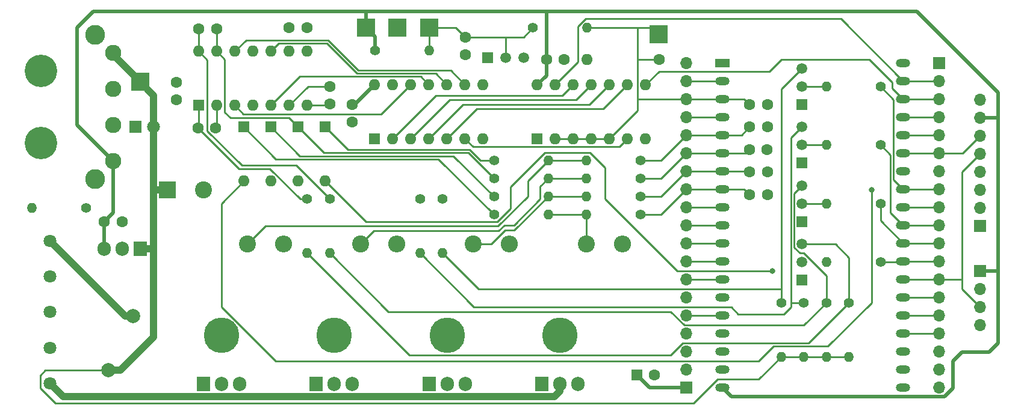
<source format=gtl>
G04 #@! TF.GenerationSoftware,KiCad,Pcbnew,7.0.10*
G04 #@! TF.CreationDate,2024-02-18T19:41:56-05:00*
G04 #@! TF.ProjectId,linearlight,6c696e65-6172-46c6-9967-68742e6b6963,rev?*
G04 #@! TF.SameCoordinates,Original*
G04 #@! TF.FileFunction,Copper,L1,Top*
G04 #@! TF.FilePolarity,Positive*
%FSLAX46Y46*%
G04 Gerber Fmt 4.6, Leading zero omitted, Abs format (unit mm)*
G04 Created by KiCad (PCBNEW 7.0.10) date 2024-02-18 19:41:56*
%MOMM*%
%LPD*%
G01*
G04 APERTURE LIST*
G04 #@! TA.AperFunction,ComponentPad*
%ADD10C,1.600000*%
G04 #@! TD*
G04 #@! TA.AperFunction,ComponentPad*
%ADD11C,1.400000*%
G04 #@! TD*
G04 #@! TA.AperFunction,ComponentPad*
%ADD12O,1.400000X1.400000*%
G04 #@! TD*
G04 #@! TA.AperFunction,ComponentPad*
%ADD13R,2.400000X2.400000*%
G04 #@! TD*
G04 #@! TA.AperFunction,ComponentPad*
%ADD14C,2.400000*%
G04 #@! TD*
G04 #@! TA.AperFunction,ComponentPad*
%ADD15O,2.400000X2.400000*%
G04 #@! TD*
G04 #@! TA.AperFunction,ComponentPad*
%ADD16R,1.700000X1.700000*%
G04 #@! TD*
G04 #@! TA.AperFunction,ComponentPad*
%ADD17O,1.700000X1.700000*%
G04 #@! TD*
G04 #@! TA.AperFunction,ComponentPad*
%ADD18R,1.600000X1.600000*%
G04 #@! TD*
G04 #@! TA.AperFunction,ComponentPad*
%ADD19O,1.600000X1.600000*%
G04 #@! TD*
G04 #@! TA.AperFunction,ComponentPad*
%ADD20R,1.500000X1.500000*%
G04 #@! TD*
G04 #@! TA.AperFunction,ComponentPad*
%ADD21C,1.500000*%
G04 #@! TD*
G04 #@! TA.AperFunction,ComponentPad*
%ADD22R,1.800000X1.800000*%
G04 #@! TD*
G04 #@! TA.AperFunction,ComponentPad*
%ADD23C,1.800000*%
G04 #@! TD*
G04 #@! TA.AperFunction,ComponentPad*
%ADD24R,2.500000X2.500000*%
G04 #@! TD*
G04 #@! TA.AperFunction,ComponentPad*
%ADD25C,1.803400*%
G04 #@! TD*
G04 #@! TA.AperFunction,ComponentPad*
%ADD26C,2.000000*%
G04 #@! TD*
G04 #@! TA.AperFunction,ComponentPad*
%ADD27R,1.905000X2.000000*%
G04 #@! TD*
G04 #@! TA.AperFunction,ComponentPad*
%ADD28O,1.905000X2.000000*%
G04 #@! TD*
G04 #@! TA.AperFunction,HeatsinkPad*
%ADD29C,5.000000*%
G04 #@! TD*
G04 #@! TA.AperFunction,ComponentPad*
%ADD30C,2.286000*%
G04 #@! TD*
G04 #@! TA.AperFunction,ComponentPad*
%ADD31C,2.794000*%
G04 #@! TD*
G04 #@! TA.AperFunction,ComponentPad*
%ADD32C,4.572000*%
G04 #@! TD*
G04 #@! TA.AperFunction,ComponentPad*
%ADD33R,2.000000X1.200000*%
G04 #@! TD*
G04 #@! TA.AperFunction,ComponentPad*
%ADD34O,2.000000X1.200000*%
G04 #@! TD*
G04 #@! TA.AperFunction,ViaPad*
%ADD35C,0.800000*%
G04 #@! TD*
G04 #@! TA.AperFunction,Conductor*
%ADD36C,1.000000*%
G04 #@! TD*
G04 #@! TA.AperFunction,Conductor*
%ADD37C,0.250000*%
G04 #@! TD*
G04 #@! TA.AperFunction,Conductor*
%ADD38C,0.500000*%
G04 #@! TD*
G04 APERTURE END LIST*
D10*
X189230000Y-90825000D03*
X189230000Y-93325000D03*
D11*
X213868000Y-115824000D03*
D12*
X206248000Y-115824000D03*
D13*
X147400000Y-112395000D03*
D14*
X152400000Y-112395000D03*
X158640000Y-120015000D03*
D15*
X163720000Y-120015000D03*
D16*
X261620000Y-123825000D03*
D17*
X261620000Y-126365000D03*
X261620000Y-128905000D03*
X261620000Y-131445000D03*
D18*
X151765000Y-100457000D03*
D19*
X154305000Y-100457000D03*
X156845000Y-100457000D03*
X159385000Y-100457000D03*
X161925000Y-100457000D03*
X164465000Y-100457000D03*
X167005000Y-100457000D03*
X167005000Y-92837000D03*
X164465000Y-92837000D03*
X161925000Y-92837000D03*
X159385000Y-92837000D03*
X156845000Y-92837000D03*
X154305000Y-92837000D03*
X151765000Y-92837000D03*
D11*
X247650000Y-122555000D03*
D12*
X240030000Y-122555000D03*
D11*
X193294000Y-113284000D03*
D12*
X200914000Y-113284000D03*
D16*
X255905000Y-94488000D03*
D17*
X255905000Y-97028000D03*
X255905000Y-99568000D03*
X255905000Y-102108000D03*
X255905000Y-104648000D03*
X255905000Y-107188000D03*
X255905000Y-109728000D03*
X255905000Y-112268000D03*
X255905000Y-114808000D03*
X255905000Y-117348000D03*
X255905000Y-119888000D03*
X255905000Y-122428000D03*
X255905000Y-124968000D03*
X255905000Y-127508000D03*
X255905000Y-130048000D03*
X255905000Y-132588000D03*
X255905000Y-135128000D03*
X255905000Y-137668000D03*
X255905000Y-140208000D03*
D11*
X213868000Y-108204000D03*
D12*
X206248000Y-108204000D03*
D10*
X216535000Y-93980000D03*
D19*
X206375000Y-93980000D03*
D20*
X236580000Y-116840000D03*
D21*
X236580000Y-114300000D03*
X236580000Y-111760000D03*
D10*
X170180000Y-100290000D03*
X170180000Y-97790000D03*
D22*
X142875000Y-103505000D03*
D23*
X145415000Y-103505000D03*
D24*
X143510000Y-97155000D03*
X175260000Y-89535000D03*
D16*
X220345000Y-140208000D03*
D17*
X220345000Y-137668000D03*
X220345000Y-135128000D03*
X220345000Y-132588000D03*
X220345000Y-130048000D03*
X220345000Y-127508000D03*
X220345000Y-124968000D03*
X220345000Y-122428000D03*
X220345000Y-119888000D03*
X220345000Y-117348000D03*
X220345000Y-114808000D03*
X220345000Y-112268000D03*
X220345000Y-109728000D03*
X220345000Y-107188000D03*
X220345000Y-104648000D03*
X220345000Y-102108000D03*
X220345000Y-99568000D03*
X220345000Y-97028000D03*
X220345000Y-94488000D03*
D10*
X231755000Y-109855000D03*
X229255000Y-109855000D03*
D11*
X186055000Y-113665000D03*
D12*
X186055000Y-121285000D03*
D11*
X167005000Y-113665000D03*
D12*
X167005000Y-121285000D03*
D25*
X130810000Y-119587000D03*
X130810000Y-124587000D03*
X130810000Y-129587000D03*
X130810000Y-134587001D03*
X130810000Y-139587001D03*
D10*
X200680000Y-93980000D03*
X203180000Y-93980000D03*
D16*
X261620000Y-117475000D03*
D17*
X261620000Y-114935000D03*
X261620000Y-112395000D03*
X261620000Y-109855000D03*
X261620000Y-107315000D03*
X261620000Y-104775000D03*
X261620000Y-102235000D03*
X261620000Y-99695000D03*
D11*
X170180000Y-113665000D03*
D12*
X170180000Y-121285000D03*
D10*
X151790000Y-89662000D03*
X154290000Y-89662000D03*
D26*
X142519400Y-130175000D03*
X139065000Y-137795000D03*
D11*
X213868000Y-113284000D03*
D12*
X206248000Y-113284000D03*
D10*
X173355000Y-100330000D03*
X173355000Y-102830000D03*
D27*
X168275000Y-139700000D03*
D28*
X170815000Y-139700000D03*
X173355000Y-139700000D03*
D10*
X166985000Y-89535000D03*
X164485000Y-89535000D03*
D11*
X198755000Y-89535000D03*
D12*
X206375000Y-89535000D03*
D11*
X247650000Y-114300000D03*
D12*
X240030000Y-114300000D03*
D18*
X161925000Y-103505000D03*
D19*
X161925000Y-111125000D03*
D20*
X236580000Y-125095000D03*
D21*
X236580000Y-122555000D03*
X236580000Y-120015000D03*
D11*
X233680000Y-128270000D03*
D12*
X233680000Y-135890000D03*
D29*
X186690000Y-132842000D03*
D11*
X247650000Y-106045000D03*
D12*
X240030000Y-106045000D03*
D10*
X138470000Y-116840000D03*
X140970000Y-116840000D03*
D18*
X176525000Y-105127000D03*
D19*
X179065000Y-105127000D03*
X181605000Y-105127000D03*
X184145000Y-105127000D03*
X186685000Y-105127000D03*
X189225000Y-105127000D03*
X191765000Y-105127000D03*
X191765000Y-97507000D03*
X189225000Y-97507000D03*
X186685000Y-97507000D03*
X184145000Y-97507000D03*
X181605000Y-97507000D03*
X179065000Y-97507000D03*
X176525000Y-97507000D03*
D14*
X206265000Y-120015000D03*
D15*
X211345000Y-120015000D03*
D11*
X135890000Y-114935000D03*
D12*
X128270000Y-114935000D03*
D18*
X199385000Y-105156000D03*
D19*
X201925000Y-105156000D03*
X204465000Y-105156000D03*
X207005000Y-105156000D03*
X209545000Y-105156000D03*
X212085000Y-105156000D03*
X214625000Y-105156000D03*
X214625000Y-97536000D03*
X212085000Y-97536000D03*
X209545000Y-97536000D03*
X207005000Y-97536000D03*
X204465000Y-97536000D03*
X201925000Y-97536000D03*
X199385000Y-97536000D03*
D27*
X184150000Y-139700000D03*
D28*
X186690000Y-139700000D03*
X189230000Y-139700000D03*
D27*
X143510000Y-120650000D03*
D28*
X140970000Y-120650000D03*
X138430000Y-120650000D03*
D18*
X165735000Y-103505000D03*
D19*
X165735000Y-111125000D03*
D24*
X179705000Y-89535000D03*
D18*
X213360000Y-138430000D03*
D10*
X215860000Y-138430000D03*
D29*
X202565000Y-132842000D03*
D18*
X158115000Y-103505000D03*
D19*
X158115000Y-111125000D03*
D11*
X247650000Y-97790000D03*
D12*
X240030000Y-97790000D03*
D27*
X200025000Y-139700000D03*
D28*
X202565000Y-139700000D03*
X205105000Y-139700000D03*
D11*
X240030000Y-128270000D03*
D12*
X240030000Y-135890000D03*
D10*
X148590000Y-97175000D03*
X148590000Y-99675000D03*
D20*
X236580000Y-108585000D03*
D21*
X236580000Y-106045000D03*
X236580000Y-103505000D03*
D11*
X182880000Y-113665000D03*
D12*
X182880000Y-121285000D03*
D11*
X213868000Y-110744000D03*
D12*
X206248000Y-110744000D03*
D11*
X193294000Y-110744000D03*
D12*
X200914000Y-110744000D03*
D24*
X184150000Y-89535000D03*
X216408000Y-90424000D03*
D11*
X176530000Y-92710000D03*
D12*
X184150000Y-92710000D03*
D10*
X231755000Y-100330000D03*
X229255000Y-100330000D03*
D14*
X174515000Y-120015000D03*
D15*
X179595000Y-120015000D03*
D14*
X190390000Y-120015000D03*
D15*
X195470000Y-120015000D03*
D29*
X170815000Y-132842000D03*
D10*
X231715000Y-106680000D03*
X229215000Y-106680000D03*
X231775000Y-113030000D03*
X229275000Y-113030000D03*
D29*
X154940000Y-132842000D03*
D30*
X139700000Y-93091000D03*
X139700000Y-98171000D03*
X139700000Y-103251000D03*
X139700000Y-108331000D03*
D31*
X137160000Y-90551000D03*
X137160000Y-110871000D03*
D32*
X129540000Y-95631000D03*
X129540000Y-105791000D03*
D11*
X243205000Y-128270000D03*
D12*
X243205000Y-135890000D03*
D11*
X193294000Y-115824000D03*
D12*
X200914000Y-115824000D03*
D10*
X231775000Y-103505000D03*
X229275000Y-103505000D03*
D27*
X152400000Y-139700000D03*
D28*
X154940000Y-139700000D03*
X157480000Y-139700000D03*
D20*
X236580000Y-100330000D03*
D21*
X236580000Y-97790000D03*
X236580000Y-95250000D03*
D10*
X151658000Y-103632000D03*
X154158000Y-103632000D03*
D33*
X225428680Y-94488000D03*
D34*
X225428680Y-97028000D03*
X225428680Y-99568000D03*
X225428680Y-102108000D03*
X225428680Y-104648000D03*
X225428680Y-107188000D03*
X225428680Y-109728000D03*
X225428680Y-112268000D03*
X225428680Y-114808000D03*
X225428680Y-117348000D03*
X225428680Y-119888000D03*
X225428680Y-122428000D03*
X225428680Y-124968000D03*
X225428680Y-127508000D03*
X225428680Y-130048000D03*
X225428680Y-132588000D03*
X225428680Y-135128000D03*
X225428680Y-137668000D03*
X225428680Y-140208000D03*
X250825000Y-140205280D03*
X250825000Y-137665280D03*
X250828680Y-135128000D03*
X250828680Y-132588000D03*
X250828680Y-130048000D03*
X250828680Y-127508000D03*
X250828680Y-124968000D03*
X250828680Y-122428000D03*
X250828680Y-119888000D03*
X250828680Y-117348000D03*
X250828680Y-114808000D03*
X250828680Y-112268000D03*
X250828680Y-109728000D03*
X250828680Y-107188000D03*
X250828680Y-104648000D03*
X250828680Y-102108000D03*
X250828680Y-99568000D03*
X250828680Y-97028000D03*
X250828680Y-94488000D03*
D11*
X236855000Y-128270000D03*
D12*
X236855000Y-135890000D03*
D18*
X169545000Y-103505000D03*
D19*
X169545000Y-111125000D03*
D20*
X192405000Y-93705000D03*
D21*
X194945000Y-93705000D03*
X197485000Y-93705000D03*
D11*
X193294000Y-108204000D03*
D12*
X200914000Y-108204000D03*
D35*
X232410000Y-123825000D03*
X246380000Y-112395000D03*
D36*
X147400000Y-112395000D02*
X145415000Y-112395000D01*
X143510000Y-120650000D02*
X145415000Y-120650000D01*
X143510000Y-97155000D02*
X145415000Y-99060000D01*
D37*
X131630000Y-142425000D02*
X129483300Y-140278300D01*
D36*
X145415000Y-133098976D02*
X140718976Y-137795000D01*
D37*
X243205000Y-135890000D02*
X233680000Y-135890000D01*
X129483300Y-138486700D02*
X130175000Y-137795000D01*
D36*
X145415000Y-99060000D02*
X145415000Y-103505000D01*
X145415000Y-112395000D02*
X145415000Y-120650000D01*
X139700000Y-93345000D02*
X143510000Y-97155000D01*
X145415000Y-120650000D02*
X145415000Y-133098976D01*
D37*
X233680000Y-135890000D02*
X230505000Y-139065000D01*
D36*
X140718976Y-137795000D02*
X139065000Y-137795000D01*
D37*
X230505000Y-139065000D02*
X224722111Y-139065000D01*
X224722111Y-139065000D02*
X221362111Y-142425000D01*
X129483300Y-140278300D02*
X129483300Y-138486700D01*
D36*
X145415000Y-103505000D02*
X145415000Y-112395000D01*
D37*
X130175000Y-137795000D02*
X139065000Y-137795000D01*
D36*
X139700000Y-93091000D02*
X139700000Y-93345000D01*
D37*
X221362111Y-142425000D02*
X131630000Y-142425000D01*
D36*
X130810000Y-139587001D02*
X132722999Y-141500000D01*
X201777500Y-141500000D02*
X202565000Y-140712500D01*
X132722999Y-141500000D02*
X201777500Y-141500000D01*
X202565000Y-140712500D02*
X202565000Y-139700000D01*
D38*
X264160000Y-123825000D02*
X264160000Y-133985000D01*
X138430000Y-120650000D02*
X138430000Y-116880000D01*
X175260000Y-87200000D02*
X200660000Y-87200000D01*
X226728680Y-141508000D02*
X256637000Y-141508000D01*
X134620000Y-89535000D02*
X136955000Y-87200000D01*
X173702000Y-100330000D02*
X176525000Y-97507000D01*
X139700000Y-115610000D02*
X139700000Y-108331000D01*
X200680000Y-93980000D02*
X200680000Y-92690000D01*
X215138000Y-140208000D02*
X213360000Y-138430000D01*
X173355000Y-100330000D02*
X173702000Y-100330000D01*
X200680000Y-92690000D02*
X200660000Y-92670000D01*
X176530000Y-90805000D02*
X175260000Y-89535000D01*
X220345000Y-140208000D02*
X215138000Y-140208000D01*
X264160000Y-98630000D02*
X264160000Y-102235000D01*
X134620000Y-89535000D02*
X134620000Y-103251000D01*
X259080000Y-135255000D02*
X262890000Y-135255000D01*
X264160000Y-102235000D02*
X264160000Y-123825000D01*
X136955000Y-87200000D02*
X175260000Y-87200000D01*
X256637000Y-141508000D02*
X257810000Y-140335000D01*
X252730000Y-87200000D02*
X264160000Y-98630000D01*
X262890000Y-135255000D02*
X264160000Y-133985000D01*
X200660000Y-92670000D02*
X200660000Y-87200000D01*
X261620000Y-123825000D02*
X264160000Y-123825000D01*
X200680000Y-96241000D02*
X199385000Y-97536000D01*
X257810000Y-136525000D02*
X259080000Y-135255000D01*
X138470000Y-116840000D02*
X139700000Y-115610000D01*
X176530000Y-92710000D02*
X176530000Y-90805000D01*
X200680000Y-93980000D02*
X200680000Y-96241000D01*
X225428680Y-140208000D02*
X226728680Y-141508000D01*
X138430000Y-116880000D02*
X138470000Y-116840000D01*
X175260000Y-89535000D02*
X175260000Y-87200000D01*
X134620000Y-103251000D02*
X139700000Y-108331000D01*
X257810000Y-140335000D02*
X257810000Y-136525000D01*
X261620000Y-102235000D02*
X264160000Y-102235000D01*
X200660000Y-87200000D02*
X252730000Y-87200000D01*
D37*
X218144299Y-135667000D02*
X219858299Y-133953000D01*
X237522000Y-133953000D02*
X243205000Y-128270000D01*
X181387000Y-135667000D02*
X218144299Y-135667000D01*
X243205000Y-121920000D02*
X243205000Y-128270000D01*
X167005000Y-121285000D02*
X181387000Y-135667000D01*
X241300000Y-120015000D02*
X243205000Y-121920000D01*
X219858299Y-133953000D02*
X237522000Y-133953000D01*
X236580000Y-120015000D02*
X241300000Y-120015000D01*
X206248000Y-108204000D02*
X200914000Y-108204000D01*
X161180000Y-117475000D02*
X193870387Y-117475000D01*
X198070091Y-111047909D02*
X200914000Y-108204000D01*
X158640000Y-120015000D02*
X161180000Y-117475000D01*
X193870387Y-117475000D02*
X198070091Y-113275296D01*
X198070091Y-113275296D02*
X198070091Y-111047909D01*
X236855000Y-128270000D02*
X235055000Y-128270000D01*
X227647500Y-129857500D02*
X234102500Y-129857500D01*
X182880000Y-121285000D02*
X190468000Y-128873000D01*
X190468000Y-128873000D02*
X226663000Y-128873000D01*
X226663000Y-128873000D02*
X227647500Y-129857500D01*
X234102500Y-129857500D02*
X235055000Y-128905000D01*
X235055000Y-128270000D02*
X235055000Y-128905000D01*
X236580000Y-103505000D02*
X235055000Y-105030000D01*
X235055000Y-105030000D02*
X235055000Y-128270000D01*
X206248000Y-113284000D02*
X200914000Y-113284000D01*
X200914000Y-113284000D02*
X196164989Y-118033011D01*
X192886022Y-120015000D02*
X194868011Y-118033011D01*
X196164989Y-118033011D02*
X194868011Y-118033011D01*
X190390000Y-120015000D02*
X192886022Y-120015000D01*
X191103000Y-126333000D02*
X233648000Y-126333000D01*
X191103000Y-126333000D02*
X186055000Y-121285000D01*
X233648000Y-126333000D02*
X233680000Y-126365000D01*
X233680000Y-126365000D02*
X233680000Y-128270000D01*
X236580000Y-95250000D02*
X233680000Y-98150000D01*
X233680000Y-98150000D02*
X233680000Y-126365000D01*
X206265000Y-120015000D02*
X206265000Y-115841000D01*
X206265000Y-115841000D02*
X206248000Y-115824000D01*
X206248000Y-115824000D02*
X200914000Y-115824000D01*
X178435000Y-129540000D02*
X218175299Y-129540000D01*
X170180000Y-121285000D02*
X178435000Y-129540000D01*
X235505000Y-120460280D02*
X236329720Y-121285000D01*
X218175299Y-129540000D02*
X220048299Y-131413000D01*
X220048299Y-131413000D02*
X236887000Y-131413000D01*
X236329720Y-121285000D02*
X236855000Y-121285000D01*
X235505000Y-112835000D02*
X235505000Y-120460280D01*
X240030000Y-124460000D02*
X240030000Y-128270000D01*
X236580000Y-111760000D02*
X235505000Y-112835000D01*
X236855000Y-121285000D02*
X240030000Y-124460000D01*
X236887000Y-131413000D02*
X240030000Y-128270000D01*
X199789000Y-113631182D02*
X199789000Y-111869000D01*
X199789000Y-111869000D02*
X200914000Y-110744000D01*
X174515000Y-120015000D02*
X176373545Y-118156455D01*
X176373545Y-118156455D02*
X193966749Y-118156455D01*
X193966749Y-118156455D02*
X194796602Y-117326602D01*
X196093580Y-117326602D02*
X199789000Y-113631182D01*
X206248000Y-110744000D02*
X200914000Y-110744000D01*
X194796602Y-117326602D02*
X196093580Y-117326602D01*
X151658000Y-103632000D02*
X157406000Y-109380000D01*
X161770992Y-109380000D02*
X166055991Y-113665000D01*
X166055991Y-113665000D02*
X167005000Y-113665000D01*
X157406000Y-109380000D02*
X161770992Y-109380000D01*
X151765000Y-100457000D02*
X151765000Y-103525000D01*
X151765000Y-103525000D02*
X151658000Y-103632000D01*
X189230000Y-90825000D02*
X194945000Y-90825000D01*
X184150000Y-92710000D02*
X184150000Y-89535000D01*
X194945000Y-90825000D02*
X197465000Y-90825000D01*
X194945000Y-93705000D02*
X194945000Y-90825000D01*
X187940000Y-89535000D02*
X189230000Y-90825000D01*
X184150000Y-89535000D02*
X187940000Y-89535000D01*
X198755000Y-89535000D02*
X197465000Y-90825000D01*
X189866396Y-106680000D02*
X191390396Y-108204000D01*
X172720000Y-106680000D02*
X189866396Y-106680000D01*
X191390396Y-108204000D02*
X193294000Y-108204000D01*
X154285000Y-103505000D02*
X154158000Y-103632000D01*
X154305000Y-103485000D02*
X154158000Y-103632000D01*
X169545000Y-103505000D02*
X172720000Y-106680000D01*
X154305000Y-100457000D02*
X154305000Y-103485000D01*
X167005000Y-100457000D02*
X170013000Y-100457000D01*
X170013000Y-100457000D02*
X170180000Y-100290000D01*
X170180000Y-97790000D02*
X167132000Y-97790000D01*
X187590000Y-107580000D02*
X166000000Y-107580000D01*
X193294000Y-113284000D02*
X187590000Y-107580000D01*
X166000000Y-107580000D02*
X161925000Y-103505000D01*
X167132000Y-97790000D02*
X164465000Y-100457000D01*
X162640000Y-108030000D02*
X158115000Y-103505000D01*
X185500000Y-108030000D02*
X162640000Y-108030000D01*
X193294000Y-115824000D02*
X185500000Y-108030000D01*
X152971500Y-94043500D02*
X151765000Y-92837000D01*
X151790000Y-92812000D02*
X151765000Y-92837000D01*
X165445000Y-108930000D02*
X157865010Y-108930000D01*
X151790000Y-89662000D02*
X151790000Y-92812000D01*
X170180000Y-113665000D02*
X165445000Y-108930000D01*
X152971500Y-104036491D02*
X152971500Y-94043500D01*
X157865010Y-108930000D02*
X152971500Y-104036491D01*
X155430000Y-101455000D02*
X155430000Y-93962000D01*
X156210000Y-102235000D02*
X155430000Y-101455000D01*
X154290000Y-89662000D02*
X154290000Y-92822000D01*
X164465000Y-102235000D02*
X156210000Y-102235000D01*
X189680000Y-107130000D02*
X169360000Y-107130000D01*
X169360000Y-107130000D02*
X165735000Y-103505000D01*
X155430000Y-93962000D02*
X154305000Y-92837000D01*
X154290000Y-92822000D02*
X154305000Y-92837000D01*
X193294000Y-110744000D02*
X189680000Y-107130000D01*
X165735000Y-103505000D02*
X164465000Y-102235000D01*
X158420000Y-91262000D02*
X170003396Y-91262000D01*
X174223396Y-95482000D02*
X187200000Y-95482000D01*
X187200000Y-95482000D02*
X189225000Y-97507000D01*
X156845000Y-92837000D02*
X158420000Y-91262000D01*
X170003396Y-91262000D02*
X174223396Y-95482000D01*
X161925000Y-92837000D02*
X163050000Y-91712000D01*
X163050000Y-91712000D02*
X169817000Y-91712000D01*
X174037000Y-95932000D02*
X185110000Y-95932000D01*
X169817000Y-91712000D02*
X174037000Y-95932000D01*
X185110000Y-95932000D02*
X186685000Y-97507000D01*
X166000000Y-96382000D02*
X161925000Y-100457000D01*
X183020000Y-96382000D02*
X166000000Y-96382000D01*
X184145000Y-97507000D02*
X183020000Y-96382000D01*
X177430000Y-101682000D02*
X181605000Y-97507000D01*
X177430000Y-101682000D02*
X158070000Y-101682000D01*
X158070000Y-101682000D02*
X156845000Y-100457000D01*
X236580000Y-114300000D02*
X240030000Y-114300000D01*
X236580000Y-97790000D02*
X240030000Y-97790000D01*
X236580000Y-106045000D02*
X240030000Y-106045000D01*
X220345000Y-130048000D02*
X225428680Y-130048000D01*
X225428680Y-124968000D02*
X220345000Y-124968000D01*
X225428680Y-122428000D02*
X220345000Y-122428000D01*
X210960000Y-106281000D02*
X190379000Y-106281000D01*
X190379000Y-106281000D02*
X189225000Y-105127000D01*
X212085000Y-105156000D02*
X210960000Y-106281000D01*
X220345000Y-119888000D02*
X225428680Y-119888000D01*
X220345000Y-117348000D02*
X225428680Y-117348000D01*
X220345000Y-114808000D02*
X225428680Y-114808000D01*
X216789000Y-115824000D02*
X216852500Y-115760500D01*
X220345000Y-112268000D02*
X216852500Y-115760500D01*
X225428680Y-112268000D02*
X228513000Y-112268000D01*
X228513000Y-112268000D02*
X229275000Y-113030000D01*
X220345000Y-112268000D02*
X225428680Y-112268000D01*
X213868000Y-115824000D02*
X216789000Y-115824000D01*
X225428680Y-109728000D02*
X229128000Y-109728000D01*
X216789000Y-113284000D02*
X220345000Y-109728000D01*
X220345000Y-109728000D02*
X225428680Y-109728000D01*
X229128000Y-109728000D02*
X229255000Y-109855000D01*
X213868000Y-113284000D02*
X216789000Y-113284000D01*
X228707000Y-107188000D02*
X229215000Y-106680000D01*
X225428680Y-107188000D02*
X228707000Y-107188000D01*
X216789000Y-110744000D02*
X220345000Y-107188000D01*
X220345000Y-107188000D02*
X225428680Y-107188000D01*
X213868000Y-110744000D02*
X216789000Y-110744000D01*
X250828680Y-127508000D02*
X255905000Y-127508000D01*
X220345000Y-102108000D02*
X225428680Y-102108000D01*
X213500000Y-93980000D02*
X213500000Y-99695000D01*
X220345000Y-99568000D02*
X225428680Y-99568000D01*
X213500000Y-89675000D02*
X213360000Y-89535000D01*
X213500000Y-92075000D02*
X213500000Y-89675000D01*
X228493000Y-99568000D02*
X229255000Y-100330000D01*
X213500000Y-90424000D02*
X213500000Y-89903000D01*
X225428680Y-99568000D02*
X228493000Y-99568000D01*
X213500000Y-93980000D02*
X213500000Y-92075000D01*
X213500000Y-92075000D02*
X213500000Y-90424000D01*
X213360000Y-89535000D02*
X215519000Y-89535000D01*
X206375000Y-89535000D02*
X213360000Y-89535000D01*
X213500000Y-99695000D02*
X213500000Y-101201000D01*
X201925000Y-105156000D02*
X209545000Y-105156000D01*
X215519000Y-89535000D02*
X216408000Y-90424000D01*
X213627000Y-99568000D02*
X213500000Y-99695000D01*
X213500000Y-101201000D02*
X209545000Y-105156000D01*
X216535000Y-93980000D02*
X213500000Y-93980000D01*
X220345000Y-99568000D02*
X213627000Y-99568000D01*
X220345000Y-97028000D02*
X225428680Y-97028000D01*
X242065680Y-88265000D02*
X206195431Y-88265000D01*
X205105000Y-89355431D02*
X205105000Y-94356000D01*
X250828680Y-97028000D02*
X242065680Y-88265000D01*
X250828680Y-97028000D02*
X255905000Y-97028000D01*
X206195431Y-88265000D02*
X205105000Y-89355431D01*
X205105000Y-94356000D02*
X201925000Y-97536000D01*
X249302840Y-98042160D02*
X250828680Y-99568000D01*
X250828680Y-99568000D02*
X255905000Y-99568000D01*
X249302840Y-97210308D02*
X249302840Y-98042160D01*
X231997000Y-95663000D02*
X233680000Y-93980000D01*
X216498000Y-95663000D02*
X231997000Y-95663000D01*
X246072532Y-93980000D02*
X249302840Y-97210308D01*
X233680000Y-93980000D02*
X246072532Y-93980000D01*
X214625000Y-97536000D02*
X216498000Y-95663000D01*
X250828680Y-130048000D02*
X255905000Y-130048000D01*
X255905000Y-107188000D02*
X259207000Y-107188000D01*
X250828680Y-107188000D02*
X255905000Y-107188000D01*
X259207000Y-107188000D02*
X261620000Y-104775000D01*
X250828680Y-114808000D02*
X255905000Y-114808000D01*
X250828680Y-102108000D02*
X255905000Y-102108000D01*
X195580000Y-111947009D02*
X195580000Y-114987569D01*
X206774000Y-107079000D02*
X200448009Y-107079000D01*
X250701680Y-122555000D02*
X250828680Y-122428000D01*
X250828680Y-122428000D02*
X255905000Y-122428000D01*
X208915000Y-109220000D02*
X206774000Y-107079000D01*
X193718569Y-116849000D02*
X175269000Y-116849000D01*
X247650000Y-122555000D02*
X250701680Y-122555000D01*
X195580000Y-114987569D02*
X193718569Y-116849000D01*
X232378000Y-123793000D02*
X219043000Y-123793000D01*
X219043000Y-123793000D02*
X208915000Y-113665000D01*
X232410000Y-123825000D02*
X232378000Y-123793000D01*
X200448009Y-107079000D02*
X195580000Y-111947009D01*
X175269000Y-116849000D02*
X169545000Y-111125000D01*
X208915000Y-113665000D02*
X208915000Y-109220000D01*
X250828680Y-117348000D02*
X249053680Y-115573000D01*
X250828680Y-117348000D02*
X255905000Y-117348000D01*
X249053680Y-107448680D02*
X247650000Y-106045000D01*
X249053680Y-115573000D02*
X249053680Y-107448680D01*
X247650000Y-97790000D02*
X249503680Y-99643680D01*
X230505000Y-136493000D02*
X232595000Y-134403000D01*
X154940000Y-128846846D02*
X162586154Y-136493000D01*
X232595000Y-134403000D02*
X240247000Y-134403000D01*
X162586154Y-136493000D02*
X230505000Y-136493000D01*
X246380000Y-128270000D02*
X246380000Y-112395000D01*
X249503680Y-110943000D02*
X250828680Y-112268000D01*
X240247000Y-134403000D02*
X246380000Y-128270000D01*
X249503680Y-99643680D02*
X249503680Y-110943000D01*
X158115000Y-111125000D02*
X154940000Y-114300000D01*
X250828680Y-112268000D02*
X255905000Y-112268000D01*
X154940000Y-114300000D02*
X154940000Y-128846846D01*
X250828680Y-119888000D02*
X255905000Y-119888000D01*
X250828680Y-119888000D02*
X247650000Y-116709320D01*
X247650000Y-116709320D02*
X247650000Y-114300000D01*
X202941000Y-99060000D02*
X204465000Y-97536000D01*
X185132000Y-99060000D02*
X202941000Y-99060000D01*
X179065000Y-105127000D02*
X185132000Y-99060000D01*
X204846000Y-99695000D02*
X207005000Y-97536000D01*
X181605000Y-105127000D02*
X187037000Y-99695000D01*
X187037000Y-99695000D02*
X204846000Y-99695000D01*
X188942000Y-100330000D02*
X206751000Y-100330000D01*
X184145000Y-105127000D02*
X188942000Y-100330000D01*
X206751000Y-100330000D02*
X209545000Y-97536000D01*
X208656000Y-100965000D02*
X212085000Y-97536000D01*
X190847000Y-100965000D02*
X208656000Y-100965000D01*
X186685000Y-105127000D02*
X190847000Y-100965000D01*
D36*
X141398000Y-130175000D02*
X142519400Y-130175000D01*
X130810000Y-119587000D02*
X141398000Y-130175000D01*
D37*
X220345000Y-104648000D02*
X225428680Y-104648000D01*
X216789000Y-108204000D02*
X220345000Y-104648000D01*
X228132000Y-104648000D02*
X229275000Y-103505000D01*
X225428680Y-104648000D02*
X228132000Y-104648000D01*
X213868000Y-108204000D02*
X216789000Y-108204000D01*
X250828680Y-132588000D02*
X255905000Y-132588000D01*
X250828680Y-104648000D02*
X255905000Y-104648000D01*
X261620000Y-107315000D02*
X259080000Y-109855000D01*
X261620000Y-128905000D02*
X259080000Y-126365000D01*
X255905000Y-124968000D02*
X258953000Y-124968000D01*
X250828680Y-124968000D02*
X255905000Y-124968000D01*
X259080000Y-126365000D02*
X259080000Y-125095000D01*
X258953000Y-124968000D02*
X259080000Y-125095000D01*
X259080000Y-125095000D02*
X259080000Y-109855000D01*
M02*

</source>
